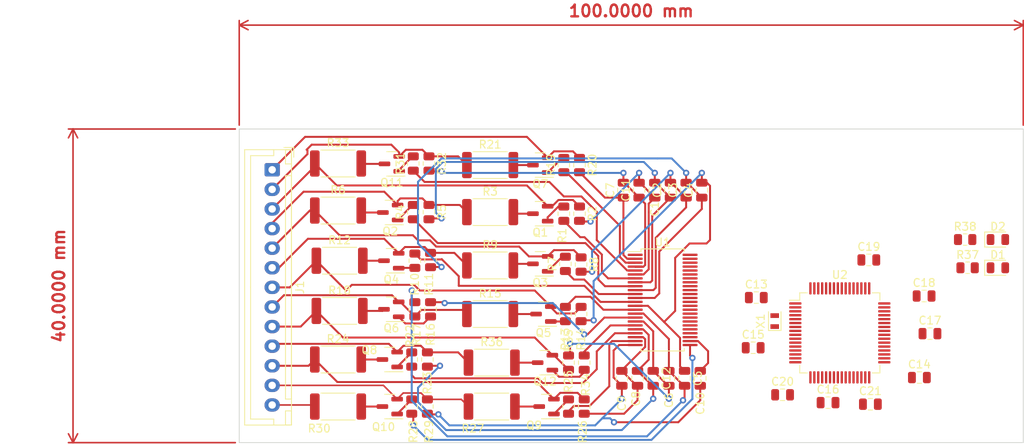
<source format=kicad_pcb>
(kicad_pcb (version 20211014) (generator pcbnew)
  (layers (0 "F.Cu" signal) (31 "B.Cu" signal) (34 "B.Paste" user) (35 "F.Paste" user) (36 "B.SilkS" user "B.Silkscreen") (37 "F.SilkS" user "F.Silkscreen") (38 "B.Mask" user) (39 "F.Mask" user) (44 "Edge.Cuts" user))
  (net 0 "")
  (net 2 "Net-(Q1-Pad1)")
  (net 3 "Net-(Q1-Pad3)")
  (net 4 "Net-(Q2-Pad1)")
  (net 5 "/LTC6811/Cell1/SENSE-")
  (net 6 "Net-(Q3-Pad1)")
  (net 7 "Net-(Q3-Pad3)")
  (net 8 "Net-(Q4-Pad1)")
  (net 12 "Net-(U1-Pad30)")
  (net 30 "Net-(Q2-Pad3)")
  (net 31 "Net-(Q4-Pad3)")
  (net 32 "Net-(Q5-Pad1)")
  (net 33 "Net-(Q5-Pad3)")
  (net 34 "Net-(Q6-Pad1)")
  (net 35 "Net-(Q6-Pad3)")
  (net 36 "Net-(Q7-Pad1)")
  (net 37 "Net-(Q7-Pad3)")
  (net 38 "Net-(Q8-Pad1)")
  (net 39 "Net-(Q8-Pad3)")
  (net 40 "Net-(Q9-Pad1)")
  (net 41 "Net-(Q9-Pad3)")
  (net 42 "Net-(Q10-Pad1)")
  (net 43 "Net-(Q10-Pad3)")
  (net 44 "Net-(Q11-Pad1)")
  (net 45 "Net-(Q11-Pad3)")
  (net 46 "Net-(Q12-Pad1)")
  (net 47 "Net-(Q12-Pad3)")
  (net 97 "VDD")
  (net 98 "PH0")
  (net 99 "PH1")
  (net 100 "GND")
  (net 101 "VDDA")
  (net 102 "LED_RED")
  (net 103 "LED_GREEN")
  (net 104 "Net-(D1-Pad2)")
  (net 105 "Net-(D2-Pad2)")
  (net 106 "/LTC6811/SENSE+_10")
  (net 107 "/LTC6811/SENSE+_12")
  (net 108 "/LTC6811/SENSE+_8")
  (net 109 "/LTC6811/SENSE+_7")
  (net 110 "/LTC6811/SENSE+_6")
  (net 111 "/LTC6811/SENSE+_5")
  (net 112 "/LTC6811/SENSE+_4")
  (net 113 "/LTC6811/SENSE+_11")
  (net 114 "/LTC6811/SENSE+_2")
  (net 115 "/LTC6811/SENSE+_3")
  (net 116 "/LTC6811/SENSE+_1")
  (net 117 "/LTC6811/BALANCE_10")
  (net 118 "/LTC6811/BALANCE_9")
  (net 119 "/LTC6811/BALANCE_8")
  (net 120 "/LTC6811/BALANCE_7")
  (net 121 "/LTC6811/BALANCE_6")
  (net 122 "/LTC6811/BALANCE_5")
  (net 123 "/LTC6811/BALANCE_12")
  (net 124 "/LTC6811/BALANCE_3")
  (net 125 "/LTC6811/BALANCE_2")
  (net 126 "/LTC6811/BALANCE_1")
  (net 127 "/LTC6811/BALANCE_11")
  (net 128 "/LTC6811/BALANCE_4")
  (net 129 "/LTC6811/CELL+_12")
  (net 130 "/LTC6811/CELL+_11")
  (net 131 "/LTC6811/CELL+_10")
  (net 132 "/LTC6811/CELL+_9")
  (net 133 "/LTC6811/CELL+_8")
  (net 134 "/LTC6811/CELL+_7")
  (net 135 "/LTC6811/CELL+_6")
  (net 136 "/LTC6811/CELL+_5")
  (net 137 "/LTC6811/CELL+_4")
  (net 138 "/LTC6811/CELL+_3")
  (net 139 "/LTC6811/CELL+_2")
  (net 140 "/LTC6811/CELL+_1")
  (net 141 "/LTC6811/CELL-_1")
  (net 142 "/LTC6811/SENSE+_9")
  (footprint "Resistor_SMD:R_0805_2012Metric" (layer "F.Cu") (at 118.4 54.6 -90)
    (fp_text reference "R20")
    (fp_text value "100")
  )
  (footprint "Resistor_SMD:R_2512_6332Metric" (layer "F.Cu") (at 107 60.6)
    (fp_text reference "R3")
    (fp_text value "33")
  )
  (footprint "LED_SMD:LED_0805_2012Metric" (layer "F.Cu") (at 171.7625 64.1)
    (fp_text reference "D2")
    (fp_text value "GREEN")
  )
  (footprint "Capacitor_SMD:C_0805_2012Metric" (layer "F.Cu") (at 140.55 77.9)
    (fp_text reference "C15")
    (fp_text value "20p")
  )
  (footprint "Connector_JST:JST_XH_B13B-XH-A_1x13_P2.50mm_Vertical" (layer "F.Cu") (at 79.2 55.2 -90)
    (fp_text reference "J1")
    (fp_text value "Conn_01x13")
  )
  (footprint "Resistor_SMD:R_0805_2012Metric" (layer "F.Cu") (at 117 79.8 90)
    (fp_text reference "R35")
    (fp_text value "100")
  )
  (footprint "Resistor_SMD:R_0805_2012Metric" (layer "F.Cu") (at 118.4 60.8 -90)
    (fp_text reference "R2")
    (fp_text value "100")
  )
  (footprint "Resistor_SMD:R_0805_2012Metric" (layer "F.Cu") (at 99.2 54.4 -90)
    (fp_text reference "R32")
    (fp_text value "100")
  )
  (footprint "Resistor_SMD:R_0805_2012Metric" (layer "F.Cu") (at 118.6 73.6 -90)
    (fp_text reference "R14")
    (fp_text value "100")
  )
  (footprint "Resistor_SMD:R_2512_6332Metric" (layer "F.Cu") (at 87.6 54.4)
    (fp_text reference "R33")
    (fp_text value "33")
  )
  (footprint "Package_TO_SOT_SMD:SOT-23" (layer "F.Cu") (at 113.4 54.6 180)
    (fp_text reference "Q7")
    (fp_text value "BSS84")
  )
  (footprint "Capacitor_SMD:C_0805_2012Metric" (layer "F.Cu") (at 134 57.8 90)
    (fp_text reference "C4")
    (fp_text value "10n")
  )
  (footprint "Package_TO_SOT_SMD:SOT-23" (layer "F.Cu") (at 114 79.8 180)
    (fp_text reference "Q12")
    (fp_text value "BSS84")
  )
  (footprint "Package_TO_SOT_SMD:SOT-23" (layer "F.Cu") (at 113.8 73.6 180)
    (fp_text reference "Q5")
    (fp_text value "BSS84")
  )
  (footprint "Resistor_SMD:R_2512_6332Metric" (layer "F.Cu") (at 107 67.4)
    (fp_text reference "R9")
    (fp_text value "33")
  )
  (footprint "Capacitor_SMD:C_0805_2012Metric" (layer "F.Cu") (at 144.3 83.9)
    (fp_text reference "C20")
    (fp_text value "100n")
  )
  (footprint "Capacitor_SMD:C_0805_2012Metric" (layer "F.Cu") (at 140.95 71.5)
    (fp_text reference "C13")
    (fp_text value "20p")
  )
  (footprint "Resistor_SMD:R_2512_6332Metric" (layer "F.Cu") (at 107.2 85.4)
    (fp_text reference "R27")
    (fp_text value "33")
  )
  (footprint "Resistor_SMD:R_0805_2012Metric" (layer "F.Cu") (at 118.6 67.2875 -90)
    (fp_text reference "R8")
    (fp_text value "100")
  )
  (footprint "LED_SMD:LED_0805_2012Metric" (layer "F.Cu") (at 171.7625 67.7)
    (fp_text reference "D1")
    (fp_text value "RED")
  )
  (footprint "Resistor_SMD:R_0805_2012Metric" (layer "F.Cu") (at 99.2 60.6 -90)
    (fp_text reference "R5")
    (fp_text value "100")
  )
  (footprint "Resistor_SMD:R_2512_6332Metric" (layer "F.Cu") (at 107 73.6)
    (fp_text reference "R15")
    (fp_text value "33")
  )
  (footprint "Resistor_SMD:R_2512_6332Metric" (layer "F.Cu") (at 87.6 85.4)
    (fp_text reference "R30")
    (fp_text value "33")
  )
  (footprint "Resistor_SMD:R_2512_6332Metric" (layer "F.Cu") (at 87.8 73.2)
    (fp_text reference "R18")
    (fp_text value "33")
  )
  (footprint "Package_TO_SOT_SMD:SOT-23" (layer "F.Cu") (at 94.4625 54.45 180)
    (fp_text reference "Q11")
    (fp_text value "BSS84")
  )
  (footprint "Capacitor_SMD:C_0805_2012Metric" (layer "F.Cu") (at 123.8 81.8 -90)
    (fp_text reference "C9")
    (fp_text value "10n")
  )
  (footprint "Capacitor_SMD:C_0805_2012Metric" (layer "F.Cu") (at 125.8 81.8 -90)
    (fp_text reference "C8")
    (fp_text value "10n")
  )
  (footprint "Resistor_SMD:R_0805_2012Metric" (layer "F.Cu") (at 116.4 54.6 90)
    (fp_text reference "R19")
    (fp_text value "3k3")
  )
  (footprint "Capacitor_SMD:C_0805_2012Metric" (layer "F.Cu") (at 131.8 81.8 -90)
    (fp_text reference "C5")
    (fp_text value "10n")
  )
  (footprint "Resistor_SMD:R_0805_2012Metric" (layer "F.Cu") (at 99.4 73 -90)
    (fp_text reference "R16")
    (fp_text value "3k3")
  )
  (footprint "Capacitor_SMD:C_0805_2012Metric" (layer "F.Cu") (at 124 57.8 90)
    (fp_text reference "C7")
    (fp_text value "10n")
  )
  (footprint "Package_TO_SOT_SMD:SOT-23" (layer "F.Cu") (at 94.4 66.8 180)
    (fp_text reference "Q4")
    (fp_text value "BSS84")
  )
  (footprint "Package_TO_SOT_SMD:SOT-23" (layer "F.Cu") (at 113.4 67.2 180)
    (fp_text reference "Q3")
    (fp_text value "BSS84")
  )
  (footprint "Resistor_SMD:R_0805_2012Metric" (layer "F.Cu") (at 97.4 73 90)
    (fp_text reference "R17")
    (fp_text value "100")
  )
  (footprint "Resistor_SMD:R_0805_2012Metric" (layer "F.Cu") (at 116.6 73.6 -90)
    (fp_text reference "R13")
    (fp_text value "3k3")
  )
  (footprint "Package_TO_SOT_SMD:SOT-23" (layer "F.Cu") (at 94.4 73 180)
    (fp_text reference "Q6")
    (fp_text value "BSS84")
  )
  (footprint "Crystal:Crystal_SMD_2012-2Pin_2.0x1.2mm" (layer "F.Cu") (at 143.3 74.5 90)
    (fp_text reference "X1")
    (fp_text value "8MHz(16pF)")
  )
  (footprint "Resistor_SMD:R_0805_2012Metric" (layer "F.Cu") (at 97.4 66.8 -90)
    (fp_text reference "R10")
    (fp_text value "3k3")
  )
  (footprint "Capacitor_SMD:C_0805_2012Metric" (layer "F.Cu") (at 127.8 81.8 -90)
    (fp_text reference "C12")
    (fp_text value "10n")
  )
  (footprint "Capacitor_SMD:C_0805_2012Metric" (layer "F.Cu") (at 150.1 84.9)
    (fp_text reference "C16")
    (fp_text value "100n")
  )
  (footprint "Package_TO_SOT_SMD:SOT-23" (layer "F.Cu") (at 94.2 85.4 180)
    (fp_text reference "Q10")
    (fp_text value "BSS84")
  )
  (footprint "Resistor_SMD:R_0805_2012Metric" (layer "F.Cu") (at 99.4 66.7125 -90)
    (fp_text reference "R11")
    (fp_text value "100")
  )
  (footprint "Resistor_SMD:R_2512_6332Metric" (layer "F.Cu") (at 107 54.6)
    (fp_text reference "R21")
    (fp_text value "33")
  )
  (footprint "Resistor_SMD:R_0805_2012Metric" (layer "F.Cu") (at 119 79.8 -90)
    (fp_text reference "R34")
    (fp_text value "3k3")
  )
  (footprint "Resistor_SMD:R_2512_6332Metric" (layer "F.Cu") (at 87.6 79.4)
    (fp_text reference "R24")
    (fp_text value "33")
  )
  (footprint "Resistor_SMD:R_2512_6332Metric" (layer "F.Cu") (at 107.2 79.8)
    (fp_text reference "R36")
    (fp_text value "33")
  )
  (footprint "Package_SO:SSOP-48_5.3x12.8mm_P0.5mm" (layer "F.Cu") (at 129 71.8)
    (fp_text reference "U1")
    (fp_text value "LTC6811-1")
  )
  (footprint "Capacitor_SMD:C_0805_2012Metric" (layer "F.Cu") (at 155.5 85.1)
    (fp_text reference "C21")
    (fp_text value "1u")
  )
  (footprint "Resistor_SMD:R_0805_2012Metric" (layer "F.Cu") (at 167.5875 64.1)
    (fp_text reference "R38")
    (fp_text value "100")
  )
  (footprint "Resistor_SMD:R_0805_2012Metric" (layer "F.Cu") (at 117 85.4 90)
    (fp_text reference "R25")
    (fp_text value "3k3")
  )
  (footprint "Capacitor_SMD:C_0805_2012Metric" (layer "F.Cu") (at 133.8 81.8 90)
    (fp_text reference "C10")
    (fp_text value "10n")
  )
  (footprint "Package_QFP:LQFP-64_10x10mm_P0.5mm" (layer "F.Cu") (at 151.6 76)
    (fp_text reference "U2")
    (fp_text value "STM32L476RGTx")
  )
  (footprint "Capacitor_SMD:C_0805_2012Metric" (layer "F.Cu") (at 163.1 76.1)
    (fp_text reference "C17")
    (fp_text value "100n")
  )
  (footprint "Resistor_SMD:R_0805_2012Metric" (layer "F.Cu") (at 99 79.4 -90)
    (fp_text reference "R23")
    (fp_text value "100")
  )
  (footprint "Resistor_SMD:R_0805_2012Metric" (layer "F.Cu") (at 97 85.4 90)
    (fp_text reference "R28")
    (fp_text value "3k3")
  )
  (footprint "Resistor_SMD:R_0805_2012Metric" (layer "F.Cu") (at 97 79.4 90)
    (fp_text reference "R22")
    (fp_text value "3k3")
  )
  (footprint "Capacitor_SMD:C_0805_2012Metric" (layer "F.Cu") (at 161.75 81.7)
    (fp_text reference "C14")
    (fp_text value "100n")
  )
  (footprint "Resistor_SMD:R_0805_2012Metric" (layer "F.Cu") (at 97.2 60.6 90)
    (fp_text reference "R4")
    (fp_text value "3k3")
  )
  (footprint "Package_TO_SOT_SMD:SOT-23" (layer "F.Cu") (at 114.2 85.4 180)
    (fp_text reference "Q9")
    (fp_text value "BSS84")
  )
  (footprint "Resistor_SMD:R_0805_2012Metric" (layer "F.Cu") (at 167.9 67.7)
    (fp_text reference "R37")
    (fp_text value "100")
  )
  (footprint "Resistor_SMD:R_0805_2012Metric" (layer "F.Cu") (at 116.4 60.8 90)
    (fp_text reference "R1")
    (fp_text value "3k3")
  )
  (footprint "Capacitor_SMD:C_0805_2012Metric" (layer "F.Cu") (at 132 57.8 90)
    (fp_text reference "C3")
    (fp_text value "10n")
  )
  (footprint "Package_TO_SOT_SMD:SOT-23" (layer "F.Cu") (at 94.2625 60.65 180)
    (fp_text reference "Q2")
    (fp_text value "BSS84")
  )
  (footprint "Package_TO_SOT_SMD:SOT-23" (layer "F.Cu") (at 94.2 79.4 180)
    (fp_text reference "Q8")
    (fp_text value "BSS84")
  )
  (footprint "Resistor_SMD:R_2512_6332Metric" (layer "F.Cu") (at 87.8 66.8)
    (fp_text reference "R12")
    (fp_text value "33")
  )
  (footprint "Capacitor_SMD:C_0805_2012Metric" (layer "F.Cu") (at 128 57.8 90)
    (fp_text reference "C1")
    (fp_text value "10n")
  )
  (footprint "Capacitor_SMD:C_0805_2012Metric" (layer "F.Cu") (at 129.8 81.8 -90)
    (fp_text reference "C6")
    (fp_text value "10n")
  )
  (footprint "Resistor_SMD:R_0805_2012Metric" (layer "F.Cu") (at 116.6 67.2 90)
    (fp_text reference "R7")
    (fp_text value "3k3")
  )
  (footprint "Resistor_SMD:R_0805_2012Metric" (layer "F.Cu") (at 119 85.4 -90)
    (fp_text reference "R26")
    (fp_text value "100")
  )
  (footprint "Resistor_SMD:R_0805_2012Metric" (layer "F.Cu") (at 97.2 54.4 90)
    (fp_text reference "R31")
    (fp_text value "3k3")
  )
  (footprint "Package_TO_SOT_SMD:SOT-23" (layer "F.Cu") (at 113.4 60.8 180)
    (fp_text reference "Q1")
    (fp_text value "BSS84")
  )
  (footprint "Capacitor_SMD:C_0805_2012Metric" (layer "F.Cu") (at 162.35 71.3)
    (fp_text reference "C18")
    (fp_text value "100n")
  )
  (footprint "Capacitor_SMD:C_0805_2012Metric" (layer "F.Cu") (at 130 57.8 90)
    (fp_text reference "C2")
    (fp_text value "10n")
  )
  (footprint "Resistor_SMD:R_0805_2012Metric" (layer "F.Cu") (at 99 85.4 -90)
    (fp_text reference "R29")
    (fp_text value "100")
  )
  (footprint "Capacitor_SMD:C_0805_2012Metric" (layer "F.Cu") (at 155.3 66.7)
    (fp_text reference "C19")
    (fp_text value "4,7u")
  )
  (footprint "Resistor_SMD:R_2512_6332Metric" (layer "F.Cu") (at 87.6 60.4)
    (fp_text reference "R6")
    (fp_text value "33")
  )
  (footprint "Capacitor_SMD:C_0805_2012Metric" (layer "F.Cu") (at 126 57.8 90)
    (fp_text reference "C11")
    (fp_text value "10n")
  )
  (gr_rect (start 75 50) (end 175 90) (layer "Edge.Cuts") (width 0.1) (fill none))
  (dimension (type aligned) (layer "F.Cu") (pts (xy 75 50) (xy 175 50)) (height -13.25) (gr_text "100.0000 mm" (at 125 34.95) (layer "F.Cu") (effects (font (size 1.5 1.5) (thickness 0.3)))) (format (units 3) (units_format 1) (precision 4)) (style (thickness 0.2) (arrow_length 1.27) (text_position_mode 0) (extension_height 0.58642) (extension_offset 0.5) keep_text_aligned))
  (dimension (type aligned) (layer "F.Cu") (pts (xy 75 50) (xy 75 90)) (height 21.2) (gr_text "40.0000 mm" (at 52 70 90) (layer "F.Cu") (effects (font (size 1.5 1.5) (thickness 0.3)))) (format (units 3) (units_format 1) (precision 4)) (style (thickness 0.2) (arrow_length 1.27) (text_position_mode 0) (extension_height 0.58642) (extension_offset 0.5) keep_text_aligned))
  (segment (start 116.4 59.8875) (end 115.7125 59.8875) (width 0.25) (layer "F.Cu") (net 2))
  (segment (start 114.3375 61.2625) (end 114.3375 61.75) (width 0.25) (layer "F.Cu") (net 2))
  (segment (start 115.7125 59.8875) (end 114.3375 61.2625) (width 0.25) (layer "F.Cu") (net 2))
  (segment (start 110 60.8) (end 112.4625 60.8) (width 0.25) (layer "F.Cu") (net 3))
  (segment (start 109.9625 60.7625) (end 110 60.8) (width 0.25) (layer "F.Cu") (net 3))
  (segment (start 109.9625 60.6) (end 109.9625 60.7625) (width 0.25) (layer "F.Cu") (net 3))
  (segment (start 95.2 61.6) (end 97.1125 59.6875) (width 0.25) (layer "F.Cu") (net 4))
  (segment (start 97.1125 59.6875) (end 97.2 59.6875) (width 0.25) (layer "F.Cu") (net 4))
  (segment (start 134.8 78.334994) (end 133.515006 77.05) (width 0.25) (layer "F.Cu") (net 5))
  (segment (start 133.515006 77.05) (end 132.5 77.05) (width 0.25) (layer "F.Cu") (net 5))
  (segment (start 134.8 79.85) (end 134.8 78.334994) (width 0.25) (layer "F.Cu") (net 5))
  (segment (start 133.8 80.85) (end 134.8 79.85) (width 0.25) (layer "F.Cu") (net 5))
  (segment (start 116.6 66.2875) (end 116.2 66.2875) (width 0.25) (layer "F.Cu") (net 6))
  (segment (start 116.2 66.2875) (end 114.3375 68.15) (width 0.25) (layer "F.Cu") (net 6))
  (segment (start 112.4625 67.2) (end 110.1625 67.2) (width 0.25) (layer "F.Cu") (net 7))
  (segment (start 110.1625 67.2) (end 109.9625 67.4) (width 0.25) (layer "F.Cu") (net 7))
  (segment (start 97.4 67.7125) (end 95.375 67.7125) (width 0.25) (layer "F.Cu") (net 8))
  (segment (start 95.375 67.7125) (end 95.3375 67.75) (width 0.25) (layer "F.Cu") (net 8))
  (segment (start 90.8125 60.65) (end 90.5625 60.4) (width 0.25) (layer "F.Cu") (net 30))
  (segment (start 93.325 60.65) (end 90.8125 60.65) (width 0.25) (layer "F.Cu") (net 30))
  (segment (start 93.4625 66.8) (end 90.7625 66.8) (width 0.25) (layer "F.Cu") (net 31))
  (segment (start 114.7375 74.55) (end 116.5625 74.55) (width 0.25) (layer "F.Cu") (net 32))
  (segment (start 116.5625 74.55) (end 116.6 74.5125) (width 0.25) (layer "F.Cu") (net 32))
  (segment (start 109.9625 73.6) (end 112.8625 73.6) (width 0.25) (layer "F.Cu") (net 33))
  (segment (start 98.5125 74.8) (end 99.4 73.9125) (width 0.25) (layer "F.Cu") (net 34))
  (segment (start 96.1875 74.8) (end 98.5125 74.8) (width 0.25) (layer "F.Cu") (net 34))
  (segment (start 95.3375 73.95) (end 96.1875 74.8) (width 0.25) (layer "F.Cu") (net 34))
  (segment (start 90.7625 73.2) (end 93.2625 73.2) (width 0.25) (layer "F.Cu") (net 35))
  (segment (start 93.2625 73.2) (end 93.4625 73) (width 0.25) (layer "F.Cu") (net 35))
  (segment (start 116.2 53.6875) (end 114.3375 55.55) (width 0.25) (layer "F.Cu") (net 36))
  (segment (start 116.4 53.6875) (end 116.2 53.6875) (width 0.25) (layer "F.Cu") (net 36))
  (segment (start 109.9625 54.6) (end 112.4625 54.6) (width 0.25) (layer "F.Cu") (net 37))
  (segment (start 95.1375 80.35) (end 97 78.4875) (width 0.25) (layer "F.Cu") (net 38))
  (segment (start 90.5625 79.4) (end 93.2625 79.4) (width 0.25) (layer "F.Cu") (net 39))
  (segment (start 117 84.4875) (end 115.1375 86.35) (width 0.25) (layer "F.Cu") (net 40))
  (segment (start 110.1625 85.4) (end 113.2625 85.4) (width 0.25) (layer "F.Cu") (net 41))
  (segment (start 95.1375 86.35) (end 97 84.4875) (width 0.25) (layer "F.Cu") (net 42))
  (segment (start 90.5625 85.4) (end 93.2625 85.4) (width 0.25) (layer "F.Cu") (net 43))
  (segment (start 95.4 55.2) (end 95.4 55.4) (width 0.25) (layer "F.Cu") (net 44))
  (segment (start 97.2 53.4875) (end 97.1125 53.4875) (width 0.25) (layer "F.Cu") (net 44))
  (segment (start 97.1125 53.4875) (end 95.4 55.2) (width 0.25) (layer "F.Cu") (net 44))
  (segment (start 90.6125 54.45) (end 90.5625 54.4) (width 0.25) (layer "F.Cu") (net 45))
  (segment (start 93.525 54.45) (end 90.6125 54.45) (width 0.25) (layer "F.Cu") (net 45))
  (segment (start 115.7875 81.6) (end 118.4 81.6) (width 0.25) (layer "F.Cu") (net 46))
  (segment (start 119 81) (end 118.4 81.6) (width 0.25) (layer "F.Cu") (net 46))
  (segment (start 119 80.7125) (end 119 81) (width 0.25) (layer "F.Cu") (net 46))
  (segment (start 114.9375 80.75) (end 115.7875 81.6) (width 0.25) (layer "F.Cu") (net 46))
  (segment (start 110.1625 79.8) (end 113.0625 79.8) (width 0.25) (layer "F.Cu") (net 47))
  (segment (start 119.8 61.8) (end 118.4875 61.8) (width 0.25) (layer "F.Cu") (net 106))
  (segment (start 118.4875 61.8) (end 118.4 61.7125) (width 0.25) (layer "F.Cu") (net 106))
  (segment (start 127.22404 67.891926) (end 126.565966 68.55) (width 0.25) (layer "F.Cu") (net 106))
  (segment (start 128 58.75) (end 127.22404 59.52596) (width 0.25) (layer "F.Cu") (net 106))
  (segment (start 126 56.85) (end 126.1 56.85) (width 0.25) (layer "F.Cu") (net 106))
  (segment (start 126 56.85) (end 126 55.6) (width 0.25) (layer "F.Cu") (net 106))
  (segment (start 127.22404 59.52596) (end 127.22404 67.891926) (width 0.25) (layer "F.Cu") (net 106))
  (segment (start 126.565966 68.55) (end 125.5 68.55) (width 0.25) (layer "F.Cu") (net 106))
  (segment (start 126.1 56.85) (end 128 58.75) (width 0.25) (layer "F.Cu") (net 106))
  (via (at 126 55.6) (size 0.8) (drill 0.4) (layers "F.Cu" "B.Cu") (net 106))
  (via (at 119.8 61.8) (size 0.8) (drill 0.4) (layers "F.Cu" "B.Cu") (net 106))
  (segment (start 126 55.6) (end 119.8 61.8) (width 0.25) (layer "B.Cu") (net 106))
  (segment (start 124 66.065006) (end 124.484994 66.55) (width 0.25) (layer "F.Cu") (net 107))
  (segment (start 124 58.75) (end 121.6375 58.75) (width 0.25) (layer "F.Cu") (net 107))
  (segment (start 124 58.75) (end 124 66.065006) (width 0.25) (layer "F.Cu") (net 107))
  (segment (start 121.6375 58.75) (end 118.4 55.5125) (width 0.25) (layer "F.Cu") (net 107))
  (segment (start 124.484994 66.55) (end 125.5 66.55) (width 0.25) (layer "F.Cu") (net 107))
  (segment (start 132 58.75) (end 132 60) (width 0.25) (layer "F.Cu") (net 108))
  (segment (start 120 68.2) (end 118.6 68.2) (width 0.25) (layer "F.Cu") (net 108))
  (segment (start 130 56.85) (end 130 55.6) (width 0.25) (layer "F.Cu") (net 108))
  (segment (start 130 56.85) (end 130.1 56.85) (width 0.25) (layer "F.Cu") (net 108))
  (segment (start 128.12308 70.25144) (end 127.82452 70.55) (width 0.25) (layer "F.Cu") (net 108))
  (segment (start 127.82452 70.55) (end 125.5 70.55) (width 0.25) (layer "F.Cu") (net 108))
  (segment (start 128.12308 63.87692) (end 128.12308 70.25144) (width 0.25) (layer "F.Cu") (net 108))
  (segment (start 132 60) (end 128.12308 63.87692) (width 0.25) (layer "F.Cu") (net 108))
  (segment (start 130.1 56.85) (end 132 58.75) (width 0.25) (layer "F.Cu") (net 108))
  (via (at 130 55.6) (size 0.8) (drill 0.4) (layers "F.Cu" "B.Cu") (net 108))
  (via (at 120 68.2) (size 0.8) (drill 0.4) (layers "F.Cu" "B.Cu") (net 108))
  (segment (start 120 65.6) (end 120 68.2) (width 0.25) (layer "B.Cu") (net 108))
  (segment (start 130 55.6) (end 120 65.6) (width 0.25) (layer "B.Cu") (net 108))
  (segment (start 128.5726 65.6274) (end 128.5726 70.9726) (width 0.25) (layer "F.Cu") (net 109))
  (segment (start 134 58.75) (end 134 60.2) (width 0.25) (layer "F.Cu") (net 109))
  (segment (start 99.425 67.6) (end 99.4 67.625) (width 0.25) (layer "F.Cu") (net 109))
  (segment (start 132 56.85) (end 132.1 56.85) (width 0.25) (layer "F.Cu") (net 109))
  (segment (start 128.5726 70.9726) (end 127.9952 71.55) (width 0.25) (layer "F.Cu") (net 109))
  (segment (start 100.8 67.6) (end 99.425 67.6) (width 0.25) (layer "F.Cu") (net 109))
  (segment (start 134 60.2) (end 128.5726 65.6274) (width 0.25) (layer "F.Cu") (net 109))
  (segment (start 127.9952 71.55) (end 125.5 71.55) (width 0.25) (layer "F.Cu") (net 109))
  (segment (start 132 56.85) (end 132 55.6) (width 0.25) (layer "F.Cu") (net 109))
  (segment (start 132.1 56.85) (end 134 58.75) (width 0.25) (layer "F.Cu") (net 109))
  (via (at 132 55.6) (size 0.8) (drill 0.4) (layers "F.Cu" "B.Cu") (net 109))
  (via (at 100.8 67.6) (size 0.8) (drill 0.4) (layers "F.Cu" "B.Cu") (net 109))
  (segment (start 130.15048 53.75048) (end 128.35048 53.75048) (width 0.25) (layer "B.Cu") (net 109))
  (segment (start 132 55.6) (end 130.15048 53.75048) (width 0.25) (layer "B.Cu") (net 109))
  (segment (start 97.8 56.739668) (end 97.8 64.6) (width 0.25) (layer "B.Cu") (net 109))
  (segment (start 100.789188 53.75048) (end 97.8 56.739668) (width 0.25) (layer "B.Cu") (net 109))
  (segment (start 97.8 64.6) (end 100.8 67.6) (width 0.25) (layer "B.Cu") (net 109))
  (segment (start 128.35048 53.75048) (end 100.789188 53.75048) (width 0.25) (layer "B.Cu") (net 109))
  (segment (start 120.2 74.4) (end 118.7125 74.4) (width 0.25) (layer "F.Cu") (net 110))
  (segment (start 135.04952 57.24952) (end 135.04952 64.15048) (width 0.25) (layer "F.Cu") (net 110))
  (segment (start 131.22548 76.65096) (end 129.18726 74.61274) (width 0.25) (layer "F.Cu") (net 110))
  (segment (start 130.6 73.2) (end 129.18726 74.61274) (width 0.25) (layer "F.Cu") (net 110))
  (segment (start 134 56.85) (end 134 55.6) (width 0.25) (layer "F.Cu") (net 110))
  (segment (start 134.6 64.6) (end 132.434994 64.6) (width 0.25) (layer "F.Cu") (net 110))
  (segment (start 135.04952 64.15048) (end 134.6 64.6) (width 0.25) (layer "F.Cu") (net 110))
  (segment (start 131.8 80.85) (end 131.22548 80.27548) (width 0.25) (layer "F.Cu") (net 110))
  (segment (start 134.65 56.85) (end 135.04952 57.24952) (width 0.25) (layer "F.Cu") (net 110))
  (segment (start 131.22548 80.27548) (end 131.22548 76.65096) (width 0.25) (layer "F.Cu") (net 110))
  (segment (start 118.7125 74.4) (end 118.6 74.5125) (width 0.25) (layer "F.Cu") (net 110))
  (segment (start 129.18726 74.61274) (end 127.12452 72.55) (width 0.25) (layer "F.Cu") (net 110))
  (segment (start 132.434994 64.6) (end 130.6 66.434994) (width 0.25) (layer "F.Cu") (net 110))
  (segment (start 130.6 66.434994) (end 130.6 73.2) (width 0.25) (layer "F.Cu") (net 110))
  (segment (start 127.12452 72.55) (end 125.5 72.55) (width 0.25) (layer "F.Cu") (net 110))
  (segment (start 134 56.85) (end 134.65 56.85) (width 0.25) (layer "F.Cu") (net 110))
  (via (at 120.2 74.4) (size 0.8) (drill 0.4) (layers "F.Cu" "B.Cu") (net 110))
  (via (at 134 55.6) (size 0.8) (drill 0.4) (layers "F.Cu" "B.Cu") (net 110))
  (segment (start 120.2 69.4) (end 120.2 74.4) (width 0.25) (layer "B.Cu") (net 110))
  (segment (start 125.8 63.8) (end 120.2 69.4) (width 0.25) (layer "B.Cu") (net 110))
  (segment (start 134 55.6) (end 125.8 63.8) (width 0.25) (layer "B.Cu") (net 110))
  (segment (start 131.8 84.4) (end 131.6 84.6) (width 0.25) (layer "F.Cu") (net 111))
  (segment (start 129.8 76.784034) (end 126.540486 73.52452) (width 0.25) (layer "F.Cu") (net 111))
  (segment (start 97 71.6875) (end 97.4 72.0875) (width 0.25) (layer "F.Cu") (net 111))
  (segment (start 131.7 82.75) (end 129.8 80.85) (width 0.25) (layer "F.Cu") (net 111))
  (segment (start 131.8 82.75) (end 131.7 82.75) (width 0.25) (layer "F.Cu") (net 111))
  (segment (start 97 70.6) (end 97 71.6875) (width 0.25) (layer "F.Cu") (net 111))
  (segment (start 129.8 80.85) (end 129.8 76.784034) (width 0.25) (layer "F.Cu") (net 111))
  (segment (start 126.540486 73.52452) (end 125.52548 73.52452) (width 0.25) (layer "F.Cu") (net 111))
  (segment (start 125.52548 73.52452) (end 125.5 73.55) (width 0.25) (layer "F.Cu") (net 111))
  (segment (start 131.8 82.75) (end 131.8 84.4) (width 0.25) (layer "F.Cu") (net 111))
  (via (at 131.6 84.6) (size 0.8) (drill 0.4) (layers "F.Cu" "B.Cu") (net 111))
  (via (at 97 70.6) (size 0.8) (drill 0.4) (layers "F.Cu" "B.Cu") (net 111))
  (segment (start 131.6 84.6) (end 127 89.2) (width 0.25) (layer "B.Cu") (net 111))
  (segment (start 127 89.2) (end 101.539668 89.2) (width 0.25) (layer "B.Cu") (net 111))
  (segment (start 97 84.660332) (end 97 70.6) (width 0.25) (layer "B.Cu") (net 111))
  (segment (start 101.539668 89.2) (end 97 84.660332) (width 0.25) (layer "B.Cu") (net 111))
  (segment (start 117.2 77.4) (end 117.2 78.6875) (width 0.25) (layer "F.Cu") (net 112))
  (segment (start 129.7 82.75) (end 127.8 80.85) (width 0.25) (layer "F.Cu") (net 112))
  (segment (start 126.55 74.55) (end 125.5 74.55) (width 0.25) (layer "F.Cu") (net 112))
  (segment (start 127.8 75.8) (end 126.55 74.55) (width 0.25) (layer "F.Cu") (net 112))
  (segment (start 127.8 80.85) (end 127.8 75.8) (width 0.25) (layer "F.Cu") (net 112))
  (segment (start 129.8 82.75) (end 129.7 82.75) (width 0.25) (layer "F.Cu") (net 112))
  (segment (start 129.8 82.75) (end 129.8 84.4) (width 0.25) (layer "F.Cu") (net 112))
  (segment (start 117.2 78.6875) (end 117 78.8875) (width 0.25) (layer "F.Cu") (net 112))
  (via (at 117.2 77.4) (size 0.8) (drill 0.4) (layers "F.Cu" "B.Cu") (net 112))
  (via (at 129.8 84.4) (size 0.8) (drill 0.4) (layers "F.Cu" "B.Cu") (net 112))
  (segment (start 129.8 84.4) (end 122.8 77.4) (width 0.25) (layer "B.Cu") (net 112))
  (segment (start 122.8 77.4) (end 117.2 77.4) (width 0.25) (layer "B.Cu") (net 112))
  (segment (start 126.540486 67.57548) (end 125.52548 67.57548) (width 0.25) (layer "F.Cu") (net 113))
  (segment (start 100.8 55.4) (end 99.2875 55.4) (width 0.25) (layer "F.Cu") (net 113))
  (segment (start 126 58.75) (end 126.77452 59.52452) (width 0.25) (layer "F.Cu") (net 113))
  (segment (start 124 56.85) (end 124.1 56.85) (width 0.25) (layer "F.Cu") (net 113))
  (segment (start 125.52548 67.57548) (end 125.5 67.55) (width 0.25) (layer "F.Cu") (net 113))
  (segment (start 126.77452 67.341446) (end 126.540486 67.57548) (width 0.25) (layer "F.Cu") (net 113))
  (segment (start 99.2875 55.4) (end 99.2 55.3125) (width 0.25) (layer "F.Cu") (net 113))
  (segment (start 124 56.85) (end 124 55.6) (width 0.25) (layer "F.Cu") (net 113))
  (segment (start 124.1 56.85) (end 126 58.75) (width 0.25) (layer "F.Cu") (net 113))
  (segment (start 126.77452 59.52452) (end 126.77452 67.341446) (width 0.25) (layer "F.Cu") (net 113))
  (via (at 100.8 55.4) (size 0.8) (drill 0.4) (layers "F.Cu" "B.Cu") (net 113))
  (via (at 124 55.6) (size 0.8) (drill 0.4) (layers "F.Cu" "B.Cu") (net 113))
  (segment (start 124 55.6) (end 101 55.6) (width 0.25) (layer "B.Cu") (net 113))
  (segment (start 101 55.6) (end 100.8 55.4) (width 0.25) (layer "B.Cu") (net 113))
  (segment (start 126.515006 76.55) (end 125.5 76.55) (width 0.25) (layer "F.Cu") (net 114))
  (segment (start 125.7 82.75) (end 123.8 80.85) (width 0.25) (layer "F.Cu") (net 114))
  (segment (start 126.77452 77.790486) (end 126.77452 76.809514) (width 0.25) (layer "F.Cu") (net 114))
  (segment (start 124.0875 86.3125) (end 125.8 84.6) (width 0.25) (layer "F.Cu") (net 114))
  (segment (start 125.8 82.75) (end 125.7 82.75) (width 0.25) (layer "F.Cu") (net 114))
  (segment (start 125.8 82.75) (end 125.8 84.6) (width 0.25) (layer "F.Cu") (net 114))
  (segment (start 123.8 80.765006) (end 126.77452 77.790486) (width 0.25) (layer "F.Cu") (net 114))
  (segment (start 126.77452 76.809514) (end 126.515006 76.55) (width 0.25) (layer "F.Cu") (net 114))
  (segment (start 119 86.3125) (end 124.0875 86.3125) (width 0.25) (layer "F.Cu") (net 114))
  (segment (start 123.8 80.85) (end 123.8 80.765006) (width 0.25) (layer "F.Cu") (net 114))
  (segment (start 99.1125 80.2) (end 99 80.3125) (width 0.25) (layer "F.Cu") (net 115))
  (segment (start 127.22404 76.259034) (end 126.515006 75.55) (width 0.25) (layer "F.Cu") (net 115))
  (segment (start 100.6 80.2) (end 99.1125 80.2) (width 0.25) (layer "F.Cu") (net 115))
  (segment (start 127.7 82.75) (end 125.8 80.85) (width 0.25) (layer "F.Cu") (net 115))
  (segment (start 127.8 82.75) (end 127.8 84.4) (width 0.25) (layer "F.Cu") (net 115))
  (segment (start 127.22404 79.42596) (end 127.22404 76.259034) (width 0.25) (layer "F.Cu") (net 115))
  (segment (start 127.8 82.75) (end 127.7 82.75) (width 0.25) (layer "F.Cu") (net 115))
  (segment (start 126.515006 75.55) (end 125.5 75.55) (width 0.25) (layer "F.Cu") (net 115))
  (segment (start 125.8 80.85) (end 127.22404 79.42596) (width 0.25) (layer "F.Cu") (net 115))
  (via (at 127.8 84.4) (size 0.8) (drill 0.4) (layers "F.Cu" "B.Cu") (net 115))
  (via (at 100.6 80.2) (size 0.8) (drill 0.4) (layers "F.Cu" "B.Cu") (net 115))
  (segment (start 127.8 84.4) (end 123.8 88.4) (width 0.25) (layer "B.Cu") (net 115))
  (segment (start 123.8 88.4) (end 101.375386 88.4) (width 0.25) (layer "B.Cu") (net 115))
  (segment (start 97.8 84.824614) (end 97.8 83) (width 0.25) (layer "B.Cu") (net 115))
  (segment (start 97.8 83) (end 100.6 80.2) (width 0.25) (layer "B.Cu") (net 115))
  (segment (start 101.375386 88.4) (end 97.8 84.824614) (width 0.25) (layer "B.Cu") (net 115))
  (segment (start 123.8 82.75) (end 122.75048 81.70048) (width 0.25) (layer "F.Cu") (net 116))
  (segment (start 122.75048 81.70048) (end 122.75048 78.24952) (width 0.25) (layer "F.Cu") (net 116))
  (segment (start 133.8 84.6) (end 132.482141 85.917859) (width 0.25) (layer "F.Cu") (net 116))
  (segment (start 100.4 86.4) (end 99.0875 86.4) (width 0.25) (layer "F.Cu") (net 116))
  (segment (start 132.482141 85.917859) (end 131 87.4) (width 0.25) (layer "F.Cu") (net 116))
  (segment (start 123.8 82.75) (end 123.8 84.4) (width 0.25) (layer "F.Cu") (net 116))
  (segment (start 99.0875 86.4) (end 99 86.3125) (width 0.25) (layer "F.Cu") (net 116))
  (segment (start 122.75048 78.24952) (end 123.45 77.55) (width 0.25) (layer "F.Cu") (net 116))
  (segment (start 131 87.4) (end 122.8 87.4) (width 0.25) (layer "F.Cu") (net 116))
  (segment (start 123.45 77.55) (end 125.5 77.55) (width 0.25) (layer "F.Cu") (net 116))
  (segment (start 133.8 82.75) (end 133.8 84.6) (width 0.25) (layer "F.Cu") (net 116))
  (via (at 123.8 84.4) (size 0.8) (drill 0.4) (layers "F.Cu" "B.Cu") (net 116))
  (via (at 122.8 87.4) (size 0.8) (drill 0.4) (layers "F.Cu" "B.Cu") (net 116))
  (via (at 100.4 86.4) (size 0.8) (drill 0.4) (layers "F.Cu" "B.Cu") (net 116))
  (segment (start 122.8 87.4) (end 122.3 86.9) (width 0.25) (layer "B.Cu") (net 116))
  (segment (start 101.8 87.8) (end 100.4 86.4) (width 0.25) (layer "B.Cu") (net 116))
  (segment (start 123.8 84.4) (end 121.3 86.9) (width 0.25) (layer "B.Cu") (net 116))
  (segment (start 120.8 87.4) (end 120.4 87.8) (width 0.25) (layer "B.Cu") (net 116))
  (segment (start 122.3 86.9) (end 121.3 86.9) (width 0.25) (layer "B.Cu") (net 116))
  (segment (start 120.4 87.8) (end 101.8 87.8) (width 0.25) (layer "B.Cu") (net 116))
  (segment (start 121.3 86.9) (end 120.8 87.4) (width 0.25) (layer "B.Cu") (net 116))
  (segment (start 116.4 61.7125) (end 118.4875 63.8) (width 0.25) (layer "F.Cu") (net 117))
  (segment (start 122.05 69.05) (end 125.5 69.05) (width 0.25) (layer "F.Cu") (net 117))
  (segment (start 119.035717 63.8) (end 121.24952 66.013803) (width 0.25) (layer "F.Cu") (net 117))
  (segment (start 121.24952 66.013803) (end 121.24952 68.24952) (width 0.25) (layer "F.Cu") (net 117))
  (segment (start 118.4875 63.8) (end 119.035717 63.8) (width 0.25) (layer "F.Cu") (net 117))
  (segment (start 121.24952 68.24952) (end 122.05 69.05) (width 0.25) (layer "F.Cu") (net 117))
  (segment (start 100.311191 64.55048) (end 119.15048 64.55048) (width 0.25) (layer "F.Cu") (net 118))
  (segment (start 119.15048 64.55048) (end 120.8 66.2) (width 0.25) (layer "F.Cu") (net 118))
  (segment (start 97.2 61.5125) (end 97.273211 61.5125) (width 0.25) (layer "F.Cu") (net 118))
  (segment (start 121.65 70.05) (end 125.5 70.05) (width 0.25) (layer "F.Cu") (net 118))
  (segment (start 97.273211 61.5125) (end 100.311191 64.55048) (width 0.25) (layer "F.Cu") (net 118))
  (segment (start 120.8 66.2) (end 120.8 69.2) (width 0.25) (layer "F.Cu") (net 118))
  (segment (start 120.8 69.2) (end 121.65 70.05) (width 0.25) (layer "F.Cu") (net 118))
  (segment (start 117.6875 69.2) (end 119 69.2) (width 0.25) (layer "F.Cu") (net 119))
  (segment (start 116.6 68.1125) (end 117.6875 69.2) (width 0.25) (layer "F.Cu") (net 119))
  (segment (start 119 69.2) (end 120.85 71.05) (width 0.25) (layer "F.Cu") (net 119))
  (segment (start 120.85 71.05) (end 125.5 71.05) (width 0.25) (layer "F.Cu") (net 119))
  (segment (start 103 68.775386) (end 100.824614 66.6) (width 0.25) (layer "F.Cu") (net 120))
  (segment (start 98.14952 66.63702) (end 97.4 65.8875) (width 0.25) (layer "F.Cu") (net 120))
  (segment (start 121.085718 72.05) (end 119.035718 70) (width 0.25) (layer "F.Cu") (net 120))
  (segment (start 100.824614 66.6) (end 100.787594 66.63702) (width 0.25) (layer "F.Cu") (net 120))
  (segment (start 103 70) (end 103 68.775386) (width 0.25) (layer "F.Cu") (net 120))
  (segment (start 119.035718 70) (end 103 70) (width 0.25) (layer "F.Cu") (net 120))
  (segment (start 125.5 72.05) (end 121.085718 72.05) (width 0.25) (layer "F.Cu") (net 120))
  (segment (start 100.787594 66.63702) (end 98.14952 66.63702) (width 0.25) (layer "F.Cu") (net 120))
  (segment (start 117.8875 71.4) (end 119.8 71.4) (width 0.25) (layer "F.Cu") (net 121))
  (segment (start 116.6 72.6875) (end 117.8875 71.4) (width 0.25) (layer "F.Cu") (net 121))
  (segment (start 119.8 71.4) (end 121.45 73.05) (width 0.25) (layer "F.Cu") (net 121))
  (segment (start 121.45 73.05) (end 125.5 73.05) (width 0.25) (layer "F.Cu") (net 121))
  (segment (start 119.424614 76.2) (end 121.574614 74.05) (width 0.25) (layer "F.Cu") (net 122))
  (segment (start 121.574614 74.05) (end 125.5 74.05) (width 0.25) (layer "F.Cu") (net 122))
  (segment (start 101.0875 72.0875) (end 101.2 72.2) (width 0.25) (layer "F.Cu") (net 122))
  (segment (start 119 76.2) (end 119.424614 76.2) (width 0.25) (layer "F.Cu") (net 122))
  (segment (start 99.4 72.0875) (end 101.0875 72.0875) (width 0.25) (layer "F.Cu") (net 122))
  (via (at 101.2 72.2) (size 0.8) (drill 0.4) (layers "F.Cu" "B.Cu") (net 122))
  (via (at 119 76.2) (size 0.8) (drill 0.4) (layers "F.Cu" "B.Cu") (net 122))
  (segment (start 115 72.2) (end 119 76.2) (width 0.25) (layer "B.Cu") (net 122))
  (segment (start 101.2 72.2) (end 115 72.2) (width 0.25) (layer "B.Cu") (net 122))
  (segment (start 116.7125 55.5125) (end 123.55048 62.35048) (width 0.25) (layer "F.Cu") (net 123))
  (segment (start 116.4 55.5125) (end 116.7125 55.5125) (width 0.25) (layer "F.Cu") (net 123))
  (segment (start 123.55048 66.316464) (end 124.284016 67.05) (width 0.25) (layer "F.Cu") (net 123))
  (segment (start 124.284016 67.05) (end 125.5 67.05) (width 0.25) (layer "F.Cu") (net 123))
  (segment (start 123.55048 62.35048) (end 123.55048 66.316464) (width 0.25) (layer "F.Cu") (net 123))
  (segment (start 113.723218 82.4) (end 113.123218 81.8) (width 0.25) (layer "F.Cu") (net 124))
  (segment (start 120.6 78.364282) (end 120.6 80.637493) (width 0.25) (layer "F.Cu") (net 124))
  (segment (start 113.123218 81.8) (end 97.4 81.8) (width 0.25) (layer "F.Cu") (net 124))
  (segment (start 122.914282 76.05) (end 120.6 78.364282) (width 0.25) (layer "F.Cu") (net 124))
  (segment (start 97 81.4) (end 97 80.3125) (width 0.25) (layer "F.Cu") (net 124))
  (segment (start 118.837493 82.4) (end 113.723218 82.4) (width 0.25) (layer "F.Cu") (net 124))
  (segment (start 125.5 76.05) (end 122.914282 76.05) (width 0.25) (layer "F.Cu") (net 124))
  (segment (start 97.4 81.8) (end 97 81.4) (width 0.25) (layer "F.Cu") (net 124))
  (segment (start 120.6 80.637493) (end 118.837493 82.4) (width 0.25) (layer "F.Cu") (net 124))
  (segment (start 122.2 82.812493) (end 122.2 77.4) (width 0.25) (layer "F.Cu") (net 125))
  (segment (start 117 86) (end 117.67548 85.32452) (width 0.25) (layer "F.Cu") (net 125))
  (segment (start 117.67548 85.32452) (end 119.687973 85.32452) (width 0.25) (layer "F.Cu") (net 125))
  (segment (start 117 86.3125) (end 117 86) (width 0.25) (layer "F.Cu") (net 125))
  (segment (start 122.2 77.4) (end 122.55 77.05) (width 0.25) (layer "F.Cu") (net 125))
  (segment (start 122.55 77.05) (end 125.5 77.05) (width 0.25) (layer "F.Cu") (net 125))
  (segment (start 119.687973 85.32452) (end 122.2 82.812493) (width 0.25) (layer "F.Cu") (net 125))
  (segment (start 97.2 87.8) (end 97.2 86.5125) (width 0.25) (layer "F.Cu") (net 126))
  (segment (start 97.2 86.5125) (end 97 86.3125) (width 0.25) (layer "F.Cu") (net 126))
  (segment (start 132.5 77.55) (end 132.5 78.9) (width 0.25) (layer "F.Cu") (net 126))
  (segment (start 132.5 78.9) (end 132.8 79.2) (width 0.25) (layer "F.Cu") (net 126))
  (via (at 132.8 79.2) (size 0.8) (drill 0.4) (layers "F.Cu" "B.Cu") (net 126))
  (via (at 97.2 87.8) (size 0.8) (drill 0.4) (layers "F.Cu" "B.Cu") (net 126))
  (segment (start 132.8 79.2) (end 132.8 84.424614) (width 0.25) (layer "B.Cu") (net 126))
  (segment (start 99.04952 89.64952) (end 97.2 87.8) (width 0.25) (layer "B.Cu") (net 126))
  (segment (start 127.575094 89.64952) (end 99.04952 89.64952) (width 0.25) (layer "B.Cu") (net 126))
  (segment (start 132.8 84.424614) (end 127.575094 89.64952) (width 0.25) (layer "B.Cu") (net 126))
  (segment (start 114.55048 56.75048) (end 116.40096 58.60096) (width 0.25) (layer "F.Cu") (net 127))
  (segment (start 120.6 64.165006) (end 124.484994 68.05) (width 0.25) (layer "F.Cu") (net 127))
  (segment (start 118.638453 58.60096) (end 120.6 60.562507) (width 0.25) (layer "F.Cu") (net 127))
  (segment (start 120.6 60.562507) (end 120.6 64.165006) (width 0.25) (layer "F.Cu") (net 127))
  (segment (start 116.40096 58.60096) (end 118.638453 58.60096) (width 0.25) (layer "F.Cu") (net 127))
  (segment (start 124.484994 68.05) (end 125.5 68.05) (width 0.25) (layer "F.Cu") (net 127))
  (segment (start 97.2 55.3125) (end 98.63798 56.75048) (width 0.25) (layer "F.Cu") (net 127))
  (segment (start 98.63798 56.75048) (end 114.55048 56.75048) (width 0.25) (layer "F.Cu") (net 127))
  (segment (start 119 78.4) (end 122.35 75.05) (width 0.25) (layer "F.Cu") (net 128))
  (segment (start 119 78.8875) (end 119 78.4) (width 0.25) (layer "F.Cu") (net 128))
  (segment (start 122.35 75.05) (end 125.5 75.05) (width 0.25) (layer "F.Cu") (net 128))
  (segment (start 115.13702 52.85048) (end 114.3375 53.65) (width 0.25) (layer "F.Cu") (net 129))
  (segment (start 117.56298 52.85048) (end 115.13702 52.85048) (width 0.25) (layer "F.Cu") (net 129))
  (segment (start 114.3375 53.65) (end 111.6875 51) (width 0.25) (layer "F.Cu") (net 129))
  (segment (start 118.4 53.6875) (end 117.56298 52.85048) (width 0.25) (layer "F.Cu") (net 129))
  (segment (start 111.6875 51) (end 83.4 51) (width 0.25) (layer "F.Cu") (net 129))
  (segment (start 83.4 51) (end 79.2 55.2) (width 0.25) (layer "F.Cu") (net 129))
  (segment (start 94.4 52) (end 95.4 53) (width 0.25) (layer "F.Cu") (net 130))
  (segment (start 83.70048 53.19952) (end 83.70048 52.737027) (width 0.25) (layer "F.Cu") (net 130))
  (segment (start 95.4 53.5) (end 96.24952 52.65048) (width 0.25) (layer "F.Cu") (net 130))
  (segment (start 98.36298 52.65048) (end 99.2 53.4875) (width 0.25) (layer "F.Cu") (net 130))
  (segment (start 99.2 53.4875) (end 102.925 53.4875) (width 0.25) (layer "F.Cu") (net 130))
  (segment (start 84.236547 52) (end 94.4 52) (width 0.25) (layer "F.Cu") (net 130))
  (segment (start 95.4 53) (end 95.4 53.5) (width 0.25) (layer "F.Cu") (net 130))
  (segment (start 83.70048 52.737027) (end 83.6 52.636547) (width 0.25) (layer "F.Cu") (net 130))
  (segment (start 96.24952 52.65048) (end 98.36298 52.65048) (width 0.25) (layer "F.Cu") (net 130))
  (segment (start 102.925 53.4875) (end 104.0375 54.6) (width 0.25) (layer "F.Cu") (net 130))
  (segment (start 83.6 52.636547) (end 84.236547 52) (width 0.25) (layer "F.Cu") (net 130))
  (segment (start 79.2 57.7) (end 83.70048 53.19952) (width 0.25) (layer "F.Cu") (net 130))
  (segment (start 84.6375 54.4) (end 87.4375 57.2) (width 0.25) (layer "F.Cu") (net 131))
  (segment (start 115.712027 59.05048) (end 117.56298 59.05048) (width 0.25) (layer "F.Cu") (net 131))
  (segment (start 84.6375 54.7625) (end 84.6375 54.4) (width 0.25) (layer "F.Cu") (net 131))
  (segment (start 79.2 60.2) (end 84.6375 54.7625) (width 0.25) (layer "F.Cu") (net 131))
  (segment (start 87.4375 57.2) (end 111.6875 57.2) (width 0.25) (layer "F.Cu") (net 131))
  (segment (start 114.3375 59.85) (end 114.912507 59.85) (width 0.25) (layer "F.Cu") (net 131))
  (segment (start 114.912507 59.85) (end 115.712027 59.05048) (width 0.25) (layer "F.Cu") (net 131))
  (segment (start 117.56298 59.05048) (end 118.4 59.8875) (width 0.25) (layer "F.Cu") (net 131))
  (segment (start 111.6875 57.2) (end 114.3375 59.85) (width 0.25) (layer "F.Cu") (net 131))
  (segment (start 93.5 58) (end 95.2 59.7) (width 0.25) (layer "F.Cu") (net 132))
  (segment (start 95.2 59.7) (end 95.2 59.2) (width 0.25) (layer "F.Cu") (net 132))
  (segment (start 99.2 59.6875) (end 103.125 59.6875) (width 0.25) (layer "F.Cu") (net 132))
  (segment (start 95.2 59.2) (end 95.54952 58.85048) (width 0.25) (layer "F.Cu") (net 132))
  (segment (start 79.2 62.7) (end 79.2 62) (width 0.25) (layer "F.Cu") (net 132))
  (segment (start 98.36298 58.85048) (end 99.2 59.6875) (width 0.25) (layer "F.Cu") (net 132))
  (segment (start 79.2 62) (end 83.2 58) (width 0.25) (layer "F.Cu") (net 132))
  (segment (start 95.54952 58.85048) (end 98.36298 58.85048) (width 0.25) (layer "F.Cu") (net 132))
  (segment (start 103.125 59.6875) (end 104.0375 60.6) (width 0.25) (layer "F.Cu") (net 132))
  (segment (start 83.2 58) (end 93.5 58) (width 0.25) (layer "F.Cu") (net 132))
  (segment (start 114.3375 66.25) (end 111.95 66.25) (width 0.25) (layer "F.Cu") (net 133))
  (segment (start 84.6375 60.4) (end 84 60.4) (width 0.25) (layer "F.Cu") (net 133))
  (segment (start 87.78798 63.55048) (end 84.6375 60.4) (width 0.25) (layer "F.Cu") (net 133))
  (segment (start 115.13702 65.45048) (end 114.3375 66.25) (width 0.25) (layer "F.Cu") (net 133))
  (segment (start 97.15048 63.55048) (end 87.78798 63.55048) (width 0.25) (layer "F.Cu") (net 133))
  (segment (start 118.6 66.375) (end 117.67548 65.45048) (width 0.25) (layer "F.Cu") (net 133))
  (segment (start 117.67548 65.45048) (end 115.13702 65.45048) (width 0.25) (layer "F.Cu") (net 133))
  (segment (start 110.7 65) (end 100.124993 65) (width 0.25) (layer "F.Cu") (net 133))
  (segment (start 100.124993 65) (end 99.324993 64.2) (width 0.25) (layer "F.Cu") (net 133))
  (segment (start 97.8 64.2) (end 97.15048 63.55048) (width 0.25) (layer "F.Cu") (net 133))
  (segment (start 99.324993 64.2) (end 97.8 64.2) (width 0.25) (layer "F.Cu") (net 133))
  (segment (start 84 60.4) (end 79.2 65.2) (width 0.25) (layer "F.Cu") (net 133))
  (segment (start 111.95 66.25) (end 110.7 65) (width 0.25) (layer "F.Cu") (net 133))
  (segment (start 98.65048 65.05048) (end 99.4 65.8) (width 0.25) (layer "F.Cu") (net 134))
  (segment (start 96.13702 65.05048) (end 98.65048 65.05048) (width 0.25) (layer "F.Cu") (net 134))
  (segment (start 79.2 67.7) (end 80.063453 67.7) (width 0.25) (layer "F.Cu") (net 134))
  (segment (start 93.4875 64) (end 95.3375 65.85) (width 0.25) (layer "F.Cu") (net 134))
  (segment (start 102.4375 65.8) (end 104.0375 67.4) (width 0.25) (layer "F.Cu") (net 134))
  (segment (start 80.063453 67.7) (end 83.763453 64) (width 0.25) (layer "F.Cu") (net 134))
  (segment (start 99.4 65.8) (end 102.4375 65.8) (width 0.25) (layer "F.Cu") (net 134))
  (segment (start 83.763453 64) (end 93.4875 64) (width 0.25) (layer "F.Cu") (net 134))
  (segment (start 95.3375 65.85) (end 96.13702 65.05048) (width 0.25) (layer "F.Cu") (net 134))
  (segment (start 117.76298 73.52452) (end 118.6 72.6875) (width 0.25) (layer "F.Cu") (net 135))
  (segment (start 88.6375 70.6) (end 89.362011 69.875489) (width 0.25) (layer "F.Cu") (net 135))
  (segment (start 84.8375 66.8) (end 88.6375 70.6) (width 0.25) (layer "F.Cu") (net 135))
  (segment (start 115.52452 73.52452) (end 117.76298 73.52452) (width 0.25) (layer "F.Cu") (net 135))
  (segment (start 112.6875 70.6) (end 114.7375 72.65) (width 0.25) (layer "F.Cu") (net 135))
  (segment (start 81.4375 70.2) (end 79.2 70.2) (width 0.25) (layer "F.Cu") (net 135))
  (segment (start 89.362011 69.875489) (end 97.300103 69.875489) (width 0.25) (layer "F.Cu") (net 135))
  (segment (start 114.7375 72.65) (end 114.7375 72.7375) (width 0.25) (layer "F.Cu") (net 135))
  (segment (start 84.8375 66.8) (end 81.4375 70.2) (width 0.25) (layer "F.Cu") (net 135))
  (segment (start 98.024614 70.6) (end 112.6875 70.6) (width 0.25) (layer "F.Cu") (net 135))
  (segment (start 114.7375 72.7375) (end 115.52452 73.52452) (width 0.25) (layer "F.Cu") (net 135))
  (segment (start 97.300103 69.875489) (end 98.024614 70.6) (width 0.25) (layer "F.Cu") (net 135))
  (segment (start 95.3375 72.05) (end 94.48798 71.20048) (width 0.25) (layer "F.Cu") (net 136))
  (segment (start 95.3375 72.05) (end 95.5375 72.05) (width 0.25) (layer "F.Cu") (net 136))
  (segment (start 103.51298 73.07548) (end 104.0375 73.6) (width 0.25) (layer "F.Cu") (net 136))
  (segment (start 98.23702 73.07548) (end 103.51298 73.07548) (width 0.25) (layer "F.Cu") (net 136))
  (segment (start 95.5375 72.05) (end 97.4 73.9125) (width 0.25) (layer "F.Cu") (net 136))
  (segment (start 80.69952 71.20048) (end 79.2 72.7) (width 0.25) (layer "F.Cu") (net 136))
  (segment (start 97.4 73.9125) (end 98.23702 73.07548) (width 0.25) (layer "F.Cu") (net 136))
  (segment (start 94.48798 71.20048) (end 80.69952 71.20048) (width 0.25) (layer "F.Cu") (net 136))
  (segment (start 112.6875 76.6) (end 88.2375 76.6) (width 0.25) (layer "F.Cu") (net 137))
  (segment (start 114.9375 78.85) (end 115.1375 78.85) (width 0.25) (layer "F.Cu") (net 137))
  (segment (start 79.2 75.2) (end 82.8375 75.2) (width 0.25) (layer "F.Cu") (net 137))
  (segment (start 82.8375 75.2) (end 84.8375 73.2) (width 0.25) (layer "F.Cu") (net 137))
  (segment (start 115.1375 78.85) (end 117 80.7125) (width 0.25) (layer "F.Cu") (net 137))
  (segment (start 114.9375 78.85) (end 112.6875 76.6) (width 0.25) (layer "F.Cu") (net 137))
  (segment (start 88.2375 76.6) (end 84.8375 73.2) (width 0.25) (layer "F.Cu") (net 137))
  (segment (start 94.08798 77.40048) (end 95.1375 78.45) (width 0.25) (layer "F.Cu") (net 138))
  (segment (start 99 78.4875) (end 102.925 78.4875) (width 0.25) (layer "F.Cu") (net 138))
  (segment (start 98.16298 77.65048) (end 99 78.4875) (width 0.25) (layer "F.Cu") (net 138))
  (segment (start 95.1375 78.45) (end 95.93702 77.65048) (width 0.25) (layer "F.Cu") (net 138))
  (segment (start 102.925 78.4875) (end 104.2375 79.8) (width 0.25) (layer "F.Cu") (net 138))
  (segment (start 79.49952 77.40048) (end 94.08798 77.40048) (width 0.25) (layer "F.Cu") (net 138))
  (segment (start 79.2 77.7) (end 79.49952 77.40048) (width 0.25) (layer "F.Cu") (net 138))
  (segment (start 95.93702 77.65048) (end 98.16298 77.65048) (width 0.25) (layer "F.Cu") (net 138))
  (segment (start 115.1375 84.45) (end 115.93702 83.65048) (width 0.25) (layer "F.Cu") (net 139))
  (segment (start 115.93702 83.65048) (end 118.16298 83.65048) (width 0.25) (layer "F.Cu") (net 139))
  (segment (start 79.2 80.2) (end 83.8375 80.2) (width 0.25) (layer "F.Cu") (net 139))
  (segment (start 87.51298 82.27548) (end 112.96298 82.27548) (width 0.25) (layer "F.Cu") (net 139))
  (segment (start 84.6375 79.4) (end 87.51298 82.27548) (width 0.25) (layer "F.Cu") (net 139))
  (segment (start 83.8375 80.2) (end 84.6375 79.4) (width 0.25) (layer "F.Cu") (net 139))
  (segment (start 112.96298 82.27548) (end 115.1375 84.45) (width 0.25) (layer "F.Cu") (net 139))
  (segment (start 118.16298 83.65048) (end 119 84.4875) (width 0.25) (layer "F.Cu") (net 139))
  (segment (start 93.3875 82.7) (end 95.1375 84.45) (width 0.2) (layer "F.Cu") (net 140))
  (segment (start 103.325 84.4875) (end 104.2375 85.4) (width 0.2) (layer "F.Cu") (net 140))
  (segment (start 79.2 82.7) (end 93.3875 82.7) (width 0.2) (layer "F.Cu") (net 140))
  (segment (start 95.1375 84.45) (end 95.91202 83.67548) (width 0.2) (layer "F.Cu") (net 140))
  (segment (start 98.18798 83.67548) (end 99 84.4875) (width 0.2) (layer "F.Cu") (net 140))
  (segment (start 99 84.4875) (end 103.325 84.4875) (width 0.2) (layer "F.Cu") (net 140))
  (segment (start 95.91202 83.67548) (end 98.18798 83.67548) (width 0.2) (layer "F.Cu") (net 140))
  (segment (start 84.4375 85.2) (end 84.6375 85.4) (width 0.2) (layer "F.Cu") (net 141))
  (segment (start 79.2 85.2) (end 84.4375 85.2) (width 0.2) (layer "F.Cu") (net 141))
  (segment (start 127.67356 61.07644) (end 127.67356 69.32644) (width 0.25) (layer "F.Cu") (net 142))
  (segment (start 128 56.85) (end 128 55.6) (width 0.25) (layer "F.Cu") (net 142))
  (segment (start 128 56.85) (end 128.1 56.85) (width 0.25) (layer "F.Cu") (net 142))
  (segment (start 128.1 56.85) (end 130 58.75) (width 0.25) (layer "F.Cu") (net 142))
  (segment (start 127.67356 69.32644) (end 127.45 69.55) (width 0.25) (layer "F.Cu") (net 142))
  (segment (start 130 58.75) (end 127.67356 61.07644) (width 0.25) (layer "F.Cu") (net 142))
  (segment (start 99.3125 61.4) (end 99.2 61.5125) (width 0.25) (layer "F.Cu") (net 142))
  (segment (start 100.8 61.4) (end 99.3125 61.4) (width 0.25) (layer "F.Cu") (net 142))
  (segment (start 127.45 69.55) (end 125.5 69.55) (width 0.25) (layer "F.Cu") (net 142))
  (via (at 128 55.6) (size 0.8) (drill 0.4) (layers "F.Cu" "B.Cu") (net 142))
  (via (at 100.8 61.4) (size 0.8) (drill 0.4) (layers "F.Cu" "B.Cu") (net 142))
  (segment (start 128 55.6) (end 126.6 54.2) (width 0.25) (layer "B.Cu") (net 142))
  (segment (start 100.075489 55.099897) (end 100.075489 60.675489) (width 0.25) (layer "B.Cu") (net 142))
  (segment (start 100.975386 54.2) (end 100.075489 55.099897) (width 0.25) (layer "B.Cu") (net 142))
  (segment (start 100.075489 60.675489) (end 100.8 61.4) (width 0.25) (layer "B.Cu") (net 142))
  (segment (start 126.6 54.2) (end 100.975386 54.2) (width 0.25) (layer "B.Cu") (net 142))
)
</source>
